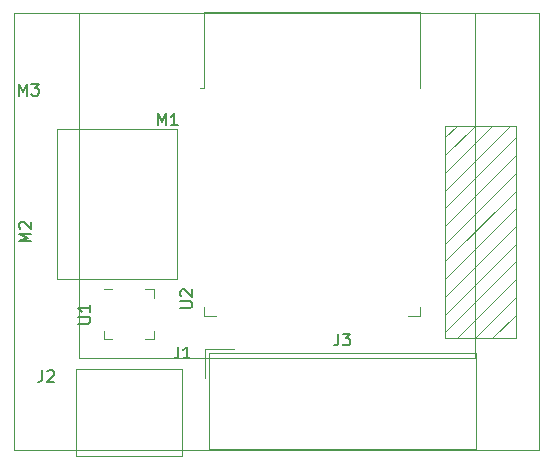
<source format=gbr>
%TF.GenerationSoftware,KiCad,Pcbnew,(5.1.9-0-10_14)*%
%TF.CreationDate,2021-03-09T10:31:21+00:00*%
%TF.ProjectId,OLED,4f4c4544-2e6b-4696-9361-645f70636258,rev?*%
%TF.SameCoordinates,Original*%
%TF.FileFunction,Legend,Top*%
%TF.FilePolarity,Positive*%
%FSLAX46Y46*%
G04 Gerber Fmt 4.6, Leading zero omitted, Abs format (unit mm)*
G04 Created by KiCad (PCBNEW (5.1.9-0-10_14)) date 2021-03-09 10:31:21*
%MOMM*%
%LPD*%
G01*
G04 APERTURE LIST*
%ADD10C,0.120000*%
%ADD11C,0.150000*%
G04 APERTURE END LIST*
D10*
%TO.C,M2*%
X126500000Y-73500000D02*
X127500000Y-72500000D01*
X126500000Y-75000000D02*
X129000000Y-72500000D01*
X126500000Y-76500000D02*
X130500000Y-72500000D01*
X126500000Y-78000000D02*
X132000000Y-72500000D01*
X126500000Y-79500000D02*
X132500000Y-73500000D01*
X126500000Y-81000000D02*
X132500000Y-75000000D01*
X126500000Y-82500000D02*
X132500000Y-76500000D01*
X126500000Y-84000000D02*
X132500000Y-78000000D01*
X126500000Y-85500000D02*
X132500000Y-79500000D01*
X126500000Y-87000000D02*
X132500000Y-81000000D01*
X126500000Y-88500000D02*
X132500000Y-82500000D01*
X126500000Y-90000000D02*
X132500000Y-84000000D01*
X127500000Y-90500000D02*
X132500000Y-85500000D01*
X129000000Y-90500000D02*
X132500000Y-87000000D01*
X130500000Y-90500000D02*
X132500000Y-88500000D01*
X132500000Y-72500000D02*
X132500000Y-90500000D01*
X126500000Y-72500000D02*
X132500000Y-72500000D01*
X126500000Y-90500000D02*
X126500000Y-72500000D01*
X132500000Y-90500000D02*
X126500000Y-90500000D01*
X95500000Y-92210000D02*
X95500000Y-63000000D01*
X129000000Y-92210000D02*
X95500000Y-92210000D01*
X129000000Y-63000000D02*
X129000000Y-92210000D01*
X134500000Y-100000000D02*
X134500000Y-63000000D01*
X90000000Y-100000000D02*
X134500000Y-100000000D01*
X90000000Y-63000000D02*
X90000000Y-100000000D01*
X134500000Y-63000000D02*
X90000000Y-63000000D01*
%TO.C,U2*%
X106130000Y-69310000D02*
X105750000Y-69310000D01*
X106130000Y-62890000D02*
X106130000Y-69310000D01*
X124370000Y-62890000D02*
X124370000Y-69310000D01*
X106130000Y-62890000D02*
X124370000Y-62890000D01*
X124370000Y-88635000D02*
X123370000Y-88635000D01*
X124370000Y-87855000D02*
X124370000Y-88635000D01*
X106130000Y-88635000D02*
X107130000Y-88635000D01*
X106130000Y-87855000D02*
X106130000Y-88635000D01*
%TO.C,U1*%
X98340000Y-86365000D02*
X97615000Y-86365000D01*
X101835000Y-90585000D02*
X101835000Y-89860000D01*
X101110000Y-90585000D02*
X101835000Y-90585000D01*
X97615000Y-90585000D02*
X97615000Y-89860000D01*
X98340000Y-90585000D02*
X97615000Y-90585000D01*
X101835000Y-86365000D02*
X101835000Y-87090000D01*
X101110000Y-86365000D02*
X101835000Y-86365000D01*
%TO.C,M1*%
X93670000Y-85500000D02*
X93670000Y-72800000D01*
X93670000Y-72800000D02*
X103830000Y-72800000D01*
X103830000Y-72800000D02*
X103830000Y-85500000D01*
X103830000Y-85500000D02*
X93670000Y-85500000D01*
%TO.C,J3*%
X106490000Y-91740000D02*
X106490000Y-99860000D01*
X106490000Y-99860000D02*
X129110000Y-99860000D01*
X129110000Y-99860000D02*
X129110000Y-91740000D01*
X129110000Y-91740000D02*
X106490000Y-91740000D01*
X106190000Y-93850000D02*
X106190000Y-91440000D01*
X106190000Y-91440000D02*
X108600000Y-91440000D01*
%TO.C,J1*%
X95280000Y-100485000D02*
X104220000Y-100485000D01*
X104220000Y-93135000D02*
X104220000Y-100485000D01*
X95280000Y-93135000D02*
X104220000Y-93135000D01*
X95280000Y-100485000D02*
X95280000Y-93135000D01*
%TO.C,J2*%
D11*
X92416666Y-93202380D02*
X92416666Y-93916666D01*
X92369047Y-94059523D01*
X92273809Y-94154761D01*
X92130952Y-94202380D01*
X92035714Y-94202380D01*
X92845238Y-93297619D02*
X92892857Y-93250000D01*
X92988095Y-93202380D01*
X93226190Y-93202380D01*
X93321428Y-93250000D01*
X93369047Y-93297619D01*
X93416666Y-93392857D01*
X93416666Y-93488095D01*
X93369047Y-93630952D01*
X92797619Y-94202380D01*
X93416666Y-94202380D01*
%TO.C,M2*%
X91452380Y-82309523D02*
X90452380Y-82309523D01*
X91166666Y-81976190D01*
X90452380Y-81642857D01*
X91452380Y-81642857D01*
X90547619Y-81214285D02*
X90500000Y-81166666D01*
X90452380Y-81071428D01*
X90452380Y-80833333D01*
X90500000Y-80738095D01*
X90547619Y-80690476D01*
X90642857Y-80642857D01*
X90738095Y-80642857D01*
X90880952Y-80690476D01*
X91452380Y-81261904D01*
X91452380Y-80642857D01*
%TO.C,M3*%
X90440476Y-69952380D02*
X90440476Y-68952380D01*
X90773809Y-69666666D01*
X91107142Y-68952380D01*
X91107142Y-69952380D01*
X91488095Y-68952380D02*
X92107142Y-68952380D01*
X91773809Y-69333333D01*
X91916666Y-69333333D01*
X92011904Y-69380952D01*
X92059523Y-69428571D01*
X92107142Y-69523809D01*
X92107142Y-69761904D01*
X92059523Y-69857142D01*
X92011904Y-69904761D01*
X91916666Y-69952380D01*
X91630952Y-69952380D01*
X91535714Y-69904761D01*
X91488095Y-69857142D01*
%TO.C,U2*%
X104092380Y-87946904D02*
X104901904Y-87946904D01*
X104997142Y-87899285D01*
X105044761Y-87851666D01*
X105092380Y-87756428D01*
X105092380Y-87565952D01*
X105044761Y-87470714D01*
X104997142Y-87423095D01*
X104901904Y-87375476D01*
X104092380Y-87375476D01*
X104187619Y-86946904D02*
X104140000Y-86899285D01*
X104092380Y-86804047D01*
X104092380Y-86565952D01*
X104140000Y-86470714D01*
X104187619Y-86423095D01*
X104282857Y-86375476D01*
X104378095Y-86375476D01*
X104520952Y-86423095D01*
X105092380Y-86994523D01*
X105092380Y-86375476D01*
%TO.C,U1*%
X95452380Y-89261904D02*
X96261904Y-89261904D01*
X96357142Y-89214285D01*
X96404761Y-89166666D01*
X96452380Y-89071428D01*
X96452380Y-88880952D01*
X96404761Y-88785714D01*
X96357142Y-88738095D01*
X96261904Y-88690476D01*
X95452380Y-88690476D01*
X96452380Y-87690476D02*
X96452380Y-88261904D01*
X96452380Y-87976190D02*
X95452380Y-87976190D01*
X95595238Y-88071428D01*
X95690476Y-88166666D01*
X95738095Y-88261904D01*
%TO.C,M1*%
X102190476Y-72452380D02*
X102190476Y-71452380D01*
X102523809Y-72166666D01*
X102857142Y-71452380D01*
X102857142Y-72452380D01*
X103857142Y-72452380D02*
X103285714Y-72452380D01*
X103571428Y-72452380D02*
X103571428Y-71452380D01*
X103476190Y-71595238D01*
X103380952Y-71690476D01*
X103285714Y-71738095D01*
%TO.C,J3*%
X117466666Y-90102380D02*
X117466666Y-90816666D01*
X117419047Y-90959523D01*
X117323809Y-91054761D01*
X117180952Y-91102380D01*
X117085714Y-91102380D01*
X117847619Y-90102380D02*
X118466666Y-90102380D01*
X118133333Y-90483333D01*
X118276190Y-90483333D01*
X118371428Y-90530952D01*
X118419047Y-90578571D01*
X118466666Y-90673809D01*
X118466666Y-90911904D01*
X118419047Y-91007142D01*
X118371428Y-91054761D01*
X118276190Y-91102380D01*
X117990476Y-91102380D01*
X117895238Y-91054761D01*
X117847619Y-91007142D01*
%TO.C,J1*%
X103916666Y-91202380D02*
X103916666Y-91916666D01*
X103869047Y-92059523D01*
X103773809Y-92154761D01*
X103630952Y-92202380D01*
X103535714Y-92202380D01*
X104916666Y-92202380D02*
X104345238Y-92202380D01*
X104630952Y-92202380D02*
X104630952Y-91202380D01*
X104535714Y-91345238D01*
X104440476Y-91440476D01*
X104345238Y-91488095D01*
%TD*%
M02*

</source>
